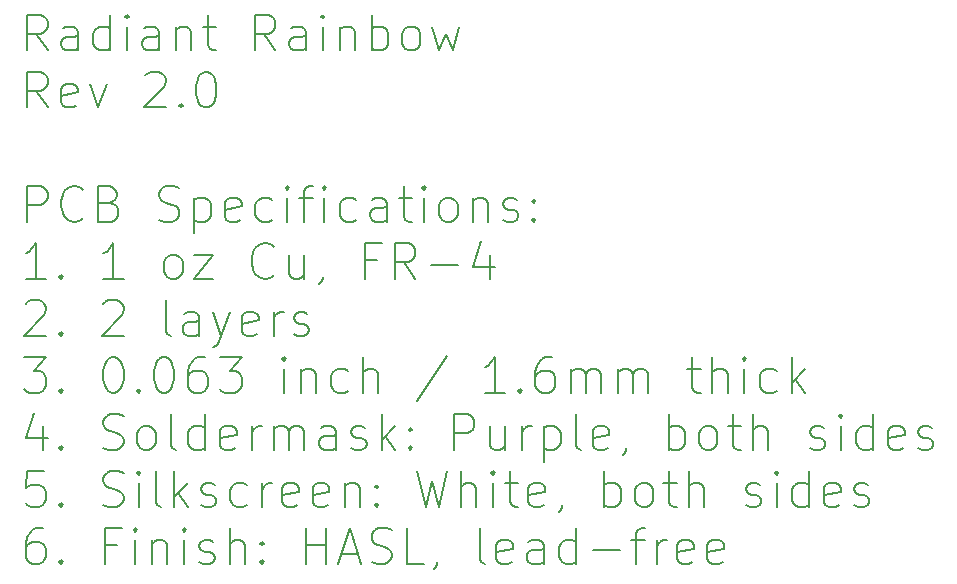
<source format=gbr>
%TF.GenerationSoftware,KiCad,Pcbnew,(6.0.4)*%
%TF.CreationDate,2024-01-19T15:56:56-08:00*%
%TF.ProjectId,Alpenglow_RadiantRainbow_PCB,416c7065-6e67-46c6-9f77-5f5261646961,rev?*%
%TF.SameCoordinates,Original*%
%TF.FileFunction,Other,Comment*%
%FSLAX46Y46*%
G04 Gerber Fmt 4.6, Leading zero omitted, Abs format (unit mm)*
G04 Created by KiCad (PCBNEW (6.0.4)) date 2024-01-19 15:56:56*
%MOMM*%
%LPD*%
G01*
G04 APERTURE LIST*
%ADD10C,0.200000*%
G04 APERTURE END LIST*
D10*
X191534571Y-75126142D02*
X190534571Y-73697571D01*
X189820285Y-75126142D02*
X189820285Y-72126142D01*
X190963142Y-72126142D01*
X191248857Y-72269000D01*
X191391714Y-72411857D01*
X191534571Y-72697571D01*
X191534571Y-73126142D01*
X191391714Y-73411857D01*
X191248857Y-73554714D01*
X190963142Y-73697571D01*
X189820285Y-73697571D01*
X194106000Y-75126142D02*
X194106000Y-73554714D01*
X193963142Y-73269000D01*
X193677428Y-73126142D01*
X193106000Y-73126142D01*
X192820285Y-73269000D01*
X194106000Y-74983285D02*
X193820285Y-75126142D01*
X193106000Y-75126142D01*
X192820285Y-74983285D01*
X192677428Y-74697571D01*
X192677428Y-74411857D01*
X192820285Y-74126142D01*
X193106000Y-73983285D01*
X193820285Y-73983285D01*
X194106000Y-73840428D01*
X196820285Y-75126142D02*
X196820285Y-72126142D01*
X196820285Y-74983285D02*
X196534571Y-75126142D01*
X195963142Y-75126142D01*
X195677428Y-74983285D01*
X195534571Y-74840428D01*
X195391714Y-74554714D01*
X195391714Y-73697571D01*
X195534571Y-73411857D01*
X195677428Y-73269000D01*
X195963142Y-73126142D01*
X196534571Y-73126142D01*
X196820285Y-73269000D01*
X198248857Y-75126142D02*
X198248857Y-73126142D01*
X198248857Y-72126142D02*
X198106000Y-72269000D01*
X198248857Y-72411857D01*
X198391714Y-72269000D01*
X198248857Y-72126142D01*
X198248857Y-72411857D01*
X200963142Y-75126142D02*
X200963142Y-73554714D01*
X200820285Y-73269000D01*
X200534571Y-73126142D01*
X199963142Y-73126142D01*
X199677428Y-73269000D01*
X200963142Y-74983285D02*
X200677428Y-75126142D01*
X199963142Y-75126142D01*
X199677428Y-74983285D01*
X199534571Y-74697571D01*
X199534571Y-74411857D01*
X199677428Y-74126142D01*
X199963142Y-73983285D01*
X200677428Y-73983285D01*
X200963142Y-73840428D01*
X202391714Y-73126142D02*
X202391714Y-75126142D01*
X202391714Y-73411857D02*
X202534571Y-73269000D01*
X202820285Y-73126142D01*
X203248857Y-73126142D01*
X203534571Y-73269000D01*
X203677428Y-73554714D01*
X203677428Y-75126142D01*
X204677428Y-73126142D02*
X205820285Y-73126142D01*
X205106000Y-72126142D02*
X205106000Y-74697571D01*
X205248857Y-74983285D01*
X205534571Y-75126142D01*
X205820285Y-75126142D01*
X210820285Y-75126142D02*
X209820285Y-73697571D01*
X209106000Y-75126142D02*
X209106000Y-72126142D01*
X210248857Y-72126142D01*
X210534571Y-72269000D01*
X210677428Y-72411857D01*
X210820285Y-72697571D01*
X210820285Y-73126142D01*
X210677428Y-73411857D01*
X210534571Y-73554714D01*
X210248857Y-73697571D01*
X209106000Y-73697571D01*
X213391714Y-75126142D02*
X213391714Y-73554714D01*
X213248857Y-73269000D01*
X212963142Y-73126142D01*
X212391714Y-73126142D01*
X212106000Y-73269000D01*
X213391714Y-74983285D02*
X213106000Y-75126142D01*
X212391714Y-75126142D01*
X212106000Y-74983285D01*
X211963142Y-74697571D01*
X211963142Y-74411857D01*
X212106000Y-74126142D01*
X212391714Y-73983285D01*
X213106000Y-73983285D01*
X213391714Y-73840428D01*
X214820285Y-75126142D02*
X214820285Y-73126142D01*
X214820285Y-72126142D02*
X214677428Y-72269000D01*
X214820285Y-72411857D01*
X214963142Y-72269000D01*
X214820285Y-72126142D01*
X214820285Y-72411857D01*
X216248857Y-73126142D02*
X216248857Y-75126142D01*
X216248857Y-73411857D02*
X216391714Y-73269000D01*
X216677428Y-73126142D01*
X217106000Y-73126142D01*
X217391714Y-73269000D01*
X217534571Y-73554714D01*
X217534571Y-75126142D01*
X218963142Y-75126142D02*
X218963142Y-72126142D01*
X218963142Y-73269000D02*
X219248857Y-73126142D01*
X219820285Y-73126142D01*
X220106000Y-73269000D01*
X220248857Y-73411857D01*
X220391714Y-73697571D01*
X220391714Y-74554714D01*
X220248857Y-74840428D01*
X220106000Y-74983285D01*
X219820285Y-75126142D01*
X219248857Y-75126142D01*
X218963142Y-74983285D01*
X222106000Y-75126142D02*
X221820285Y-74983285D01*
X221677428Y-74840428D01*
X221534571Y-74554714D01*
X221534571Y-73697571D01*
X221677428Y-73411857D01*
X221820285Y-73269000D01*
X222106000Y-73126142D01*
X222534571Y-73126142D01*
X222820285Y-73269000D01*
X222963142Y-73411857D01*
X223106000Y-73697571D01*
X223106000Y-74554714D01*
X222963142Y-74840428D01*
X222820285Y-74983285D01*
X222534571Y-75126142D01*
X222106000Y-75126142D01*
X224106000Y-73126142D02*
X224677428Y-75126142D01*
X225248857Y-73697571D01*
X225820285Y-75126142D01*
X226391714Y-73126142D01*
X191534571Y-79956142D02*
X190534571Y-78527571D01*
X189820285Y-79956142D02*
X189820285Y-76956142D01*
X190963142Y-76956142D01*
X191248857Y-77099000D01*
X191391714Y-77241857D01*
X191534571Y-77527571D01*
X191534571Y-77956142D01*
X191391714Y-78241857D01*
X191248857Y-78384714D01*
X190963142Y-78527571D01*
X189820285Y-78527571D01*
X193963142Y-79813285D02*
X193677428Y-79956142D01*
X193106000Y-79956142D01*
X192820285Y-79813285D01*
X192677428Y-79527571D01*
X192677428Y-78384714D01*
X192820285Y-78099000D01*
X193106000Y-77956142D01*
X193677428Y-77956142D01*
X193963142Y-78099000D01*
X194106000Y-78384714D01*
X194106000Y-78670428D01*
X192677428Y-78956142D01*
X195106000Y-77956142D02*
X195820285Y-79956142D01*
X196534571Y-77956142D01*
X199820285Y-77241857D02*
X199963142Y-77099000D01*
X200248857Y-76956142D01*
X200963142Y-76956142D01*
X201248857Y-77099000D01*
X201391714Y-77241857D01*
X201534571Y-77527571D01*
X201534571Y-77813285D01*
X201391714Y-78241857D01*
X199677428Y-79956142D01*
X201534571Y-79956142D01*
X202820285Y-79670428D02*
X202963142Y-79813285D01*
X202820285Y-79956142D01*
X202677428Y-79813285D01*
X202820285Y-79670428D01*
X202820285Y-79956142D01*
X204820285Y-76956142D02*
X205106000Y-76956142D01*
X205391714Y-77099000D01*
X205534571Y-77241857D01*
X205677428Y-77527571D01*
X205820285Y-78099000D01*
X205820285Y-78813285D01*
X205677428Y-79384714D01*
X205534571Y-79670428D01*
X205391714Y-79813285D01*
X205106000Y-79956142D01*
X204820285Y-79956142D01*
X204534571Y-79813285D01*
X204391714Y-79670428D01*
X204248857Y-79384714D01*
X204106000Y-78813285D01*
X204106000Y-78099000D01*
X204248857Y-77527571D01*
X204391714Y-77241857D01*
X204534571Y-77099000D01*
X204820285Y-76956142D01*
X189820285Y-89616142D02*
X189820285Y-86616142D01*
X190963142Y-86616142D01*
X191248857Y-86759000D01*
X191391714Y-86901857D01*
X191534571Y-87187571D01*
X191534571Y-87616142D01*
X191391714Y-87901857D01*
X191248857Y-88044714D01*
X190963142Y-88187571D01*
X189820285Y-88187571D01*
X194534571Y-89330428D02*
X194391714Y-89473285D01*
X193963142Y-89616142D01*
X193677428Y-89616142D01*
X193248857Y-89473285D01*
X192963142Y-89187571D01*
X192820285Y-88901857D01*
X192677428Y-88330428D01*
X192677428Y-87901857D01*
X192820285Y-87330428D01*
X192963142Y-87044714D01*
X193248857Y-86759000D01*
X193677428Y-86616142D01*
X193963142Y-86616142D01*
X194391714Y-86759000D01*
X194534571Y-86901857D01*
X196820285Y-88044714D02*
X197248857Y-88187571D01*
X197391714Y-88330428D01*
X197534571Y-88616142D01*
X197534571Y-89044714D01*
X197391714Y-89330428D01*
X197248857Y-89473285D01*
X196963142Y-89616142D01*
X195820285Y-89616142D01*
X195820285Y-86616142D01*
X196820285Y-86616142D01*
X197106000Y-86759000D01*
X197248857Y-86901857D01*
X197391714Y-87187571D01*
X197391714Y-87473285D01*
X197248857Y-87759000D01*
X197106000Y-87901857D01*
X196820285Y-88044714D01*
X195820285Y-88044714D01*
X200963142Y-89473285D02*
X201391714Y-89616142D01*
X202106000Y-89616142D01*
X202391714Y-89473285D01*
X202534571Y-89330428D01*
X202677428Y-89044714D01*
X202677428Y-88759000D01*
X202534571Y-88473285D01*
X202391714Y-88330428D01*
X202106000Y-88187571D01*
X201534571Y-88044714D01*
X201248857Y-87901857D01*
X201106000Y-87759000D01*
X200963142Y-87473285D01*
X200963142Y-87187571D01*
X201106000Y-86901857D01*
X201248857Y-86759000D01*
X201534571Y-86616142D01*
X202248857Y-86616142D01*
X202677428Y-86759000D01*
X203963142Y-87616142D02*
X203963142Y-90616142D01*
X203963142Y-87759000D02*
X204248857Y-87616142D01*
X204820285Y-87616142D01*
X205106000Y-87759000D01*
X205248857Y-87901857D01*
X205391714Y-88187571D01*
X205391714Y-89044714D01*
X205248857Y-89330428D01*
X205106000Y-89473285D01*
X204820285Y-89616142D01*
X204248857Y-89616142D01*
X203963142Y-89473285D01*
X207820285Y-89473285D02*
X207534571Y-89616142D01*
X206963142Y-89616142D01*
X206677428Y-89473285D01*
X206534571Y-89187571D01*
X206534571Y-88044714D01*
X206677428Y-87759000D01*
X206963142Y-87616142D01*
X207534571Y-87616142D01*
X207820285Y-87759000D01*
X207963142Y-88044714D01*
X207963142Y-88330428D01*
X206534571Y-88616142D01*
X210534571Y-89473285D02*
X210248857Y-89616142D01*
X209677428Y-89616142D01*
X209391714Y-89473285D01*
X209248857Y-89330428D01*
X209106000Y-89044714D01*
X209106000Y-88187571D01*
X209248857Y-87901857D01*
X209391714Y-87759000D01*
X209677428Y-87616142D01*
X210248857Y-87616142D01*
X210534571Y-87759000D01*
X211820285Y-89616142D02*
X211820285Y-87616142D01*
X211820285Y-86616142D02*
X211677428Y-86759000D01*
X211820285Y-86901857D01*
X211963142Y-86759000D01*
X211820285Y-86616142D01*
X211820285Y-86901857D01*
X212820285Y-87616142D02*
X213963142Y-87616142D01*
X213248857Y-89616142D02*
X213248857Y-87044714D01*
X213391714Y-86759000D01*
X213677428Y-86616142D01*
X213963142Y-86616142D01*
X214963142Y-89616142D02*
X214963142Y-87616142D01*
X214963142Y-86616142D02*
X214820285Y-86759000D01*
X214963142Y-86901857D01*
X215106000Y-86759000D01*
X214963142Y-86616142D01*
X214963142Y-86901857D01*
X217677428Y-89473285D02*
X217391714Y-89616142D01*
X216820285Y-89616142D01*
X216534571Y-89473285D01*
X216391714Y-89330428D01*
X216248857Y-89044714D01*
X216248857Y-88187571D01*
X216391714Y-87901857D01*
X216534571Y-87759000D01*
X216820285Y-87616142D01*
X217391714Y-87616142D01*
X217677428Y-87759000D01*
X220248857Y-89616142D02*
X220248857Y-88044714D01*
X220106000Y-87759000D01*
X219820285Y-87616142D01*
X219248857Y-87616142D01*
X218963142Y-87759000D01*
X220248857Y-89473285D02*
X219963142Y-89616142D01*
X219248857Y-89616142D01*
X218963142Y-89473285D01*
X218820285Y-89187571D01*
X218820285Y-88901857D01*
X218963142Y-88616142D01*
X219248857Y-88473285D01*
X219963142Y-88473285D01*
X220248857Y-88330428D01*
X221248857Y-87616142D02*
X222391714Y-87616142D01*
X221677428Y-86616142D02*
X221677428Y-89187571D01*
X221820285Y-89473285D01*
X222106000Y-89616142D01*
X222391714Y-89616142D01*
X223391714Y-89616142D02*
X223391714Y-87616142D01*
X223391714Y-86616142D02*
X223248857Y-86759000D01*
X223391714Y-86901857D01*
X223534571Y-86759000D01*
X223391714Y-86616142D01*
X223391714Y-86901857D01*
X225248857Y-89616142D02*
X224963142Y-89473285D01*
X224820285Y-89330428D01*
X224677428Y-89044714D01*
X224677428Y-88187571D01*
X224820285Y-87901857D01*
X224963142Y-87759000D01*
X225248857Y-87616142D01*
X225677428Y-87616142D01*
X225963142Y-87759000D01*
X226106000Y-87901857D01*
X226248857Y-88187571D01*
X226248857Y-89044714D01*
X226106000Y-89330428D01*
X225963142Y-89473285D01*
X225677428Y-89616142D01*
X225248857Y-89616142D01*
X227534571Y-87616142D02*
X227534571Y-89616142D01*
X227534571Y-87901857D02*
X227677428Y-87759000D01*
X227963142Y-87616142D01*
X228391714Y-87616142D01*
X228677428Y-87759000D01*
X228820285Y-88044714D01*
X228820285Y-89616142D01*
X230106000Y-89473285D02*
X230391714Y-89616142D01*
X230963142Y-89616142D01*
X231248857Y-89473285D01*
X231391714Y-89187571D01*
X231391714Y-89044714D01*
X231248857Y-88759000D01*
X230963142Y-88616142D01*
X230534571Y-88616142D01*
X230248857Y-88473285D01*
X230106000Y-88187571D01*
X230106000Y-88044714D01*
X230248857Y-87759000D01*
X230534571Y-87616142D01*
X230963142Y-87616142D01*
X231248857Y-87759000D01*
X232677428Y-89330428D02*
X232820285Y-89473285D01*
X232677428Y-89616142D01*
X232534571Y-89473285D01*
X232677428Y-89330428D01*
X232677428Y-89616142D01*
X232677428Y-87759000D02*
X232820285Y-87901857D01*
X232677428Y-88044714D01*
X232534571Y-87901857D01*
X232677428Y-87759000D01*
X232677428Y-88044714D01*
X191391714Y-94446142D02*
X189677428Y-94446142D01*
X190534571Y-94446142D02*
X190534571Y-91446142D01*
X190248857Y-91874714D01*
X189963142Y-92160428D01*
X189677428Y-92303285D01*
X192677428Y-94160428D02*
X192820285Y-94303285D01*
X192677428Y-94446142D01*
X192534571Y-94303285D01*
X192677428Y-94160428D01*
X192677428Y-94446142D01*
X197963142Y-94446142D02*
X196248857Y-94446142D01*
X197106000Y-94446142D02*
X197106000Y-91446142D01*
X196820285Y-91874714D01*
X196534571Y-92160428D01*
X196248857Y-92303285D01*
X201963142Y-94446142D02*
X201677428Y-94303285D01*
X201534571Y-94160428D01*
X201391714Y-93874714D01*
X201391714Y-93017571D01*
X201534571Y-92731857D01*
X201677428Y-92589000D01*
X201963142Y-92446142D01*
X202391714Y-92446142D01*
X202677428Y-92589000D01*
X202820285Y-92731857D01*
X202963142Y-93017571D01*
X202963142Y-93874714D01*
X202820285Y-94160428D01*
X202677428Y-94303285D01*
X202391714Y-94446142D01*
X201963142Y-94446142D01*
X203963142Y-92446142D02*
X205534571Y-92446142D01*
X203963142Y-94446142D01*
X205534571Y-94446142D01*
X210677428Y-94160428D02*
X210534571Y-94303285D01*
X210106000Y-94446142D01*
X209820285Y-94446142D01*
X209391714Y-94303285D01*
X209106000Y-94017571D01*
X208963142Y-93731857D01*
X208820285Y-93160428D01*
X208820285Y-92731857D01*
X208963142Y-92160428D01*
X209106000Y-91874714D01*
X209391714Y-91589000D01*
X209820285Y-91446142D01*
X210106000Y-91446142D01*
X210534571Y-91589000D01*
X210677428Y-91731857D01*
X213248857Y-92446142D02*
X213248857Y-94446142D01*
X211963142Y-92446142D02*
X211963142Y-94017571D01*
X212106000Y-94303285D01*
X212391714Y-94446142D01*
X212820285Y-94446142D01*
X213106000Y-94303285D01*
X213248857Y-94160428D01*
X214820285Y-94303285D02*
X214820285Y-94446142D01*
X214677428Y-94731857D01*
X214534571Y-94874714D01*
X219391714Y-92874714D02*
X218391714Y-92874714D01*
X218391714Y-94446142D02*
X218391714Y-91446142D01*
X219820285Y-91446142D01*
X222677428Y-94446142D02*
X221677428Y-93017571D01*
X220963142Y-94446142D02*
X220963142Y-91446142D01*
X222106000Y-91446142D01*
X222391714Y-91589000D01*
X222534571Y-91731857D01*
X222677428Y-92017571D01*
X222677428Y-92446142D01*
X222534571Y-92731857D01*
X222391714Y-92874714D01*
X222106000Y-93017571D01*
X220963142Y-93017571D01*
X223963142Y-93303285D02*
X226248857Y-93303285D01*
X228963142Y-92446142D02*
X228963142Y-94446142D01*
X228248857Y-91303285D02*
X227534571Y-93446142D01*
X229391714Y-93446142D01*
X189677428Y-96561857D02*
X189820285Y-96419000D01*
X190106000Y-96276142D01*
X190820285Y-96276142D01*
X191106000Y-96419000D01*
X191248857Y-96561857D01*
X191391714Y-96847571D01*
X191391714Y-97133285D01*
X191248857Y-97561857D01*
X189534571Y-99276142D01*
X191391714Y-99276142D01*
X192677428Y-98990428D02*
X192820285Y-99133285D01*
X192677428Y-99276142D01*
X192534571Y-99133285D01*
X192677428Y-98990428D01*
X192677428Y-99276142D01*
X196248857Y-96561857D02*
X196391714Y-96419000D01*
X196677428Y-96276142D01*
X197391714Y-96276142D01*
X197677428Y-96419000D01*
X197820285Y-96561857D01*
X197963142Y-96847571D01*
X197963142Y-97133285D01*
X197820285Y-97561857D01*
X196106000Y-99276142D01*
X197963142Y-99276142D01*
X201963142Y-99276142D02*
X201677428Y-99133285D01*
X201534571Y-98847571D01*
X201534571Y-96276142D01*
X204391714Y-99276142D02*
X204391714Y-97704714D01*
X204248857Y-97419000D01*
X203963142Y-97276142D01*
X203391714Y-97276142D01*
X203106000Y-97419000D01*
X204391714Y-99133285D02*
X204106000Y-99276142D01*
X203391714Y-99276142D01*
X203106000Y-99133285D01*
X202963142Y-98847571D01*
X202963142Y-98561857D01*
X203106000Y-98276142D01*
X203391714Y-98133285D01*
X204106000Y-98133285D01*
X204391714Y-97990428D01*
X205534571Y-97276142D02*
X206248857Y-99276142D01*
X206963142Y-97276142D02*
X206248857Y-99276142D01*
X205963142Y-99990428D01*
X205820285Y-100133285D01*
X205534571Y-100276142D01*
X209248857Y-99133285D02*
X208963142Y-99276142D01*
X208391714Y-99276142D01*
X208106000Y-99133285D01*
X207963142Y-98847571D01*
X207963142Y-97704714D01*
X208106000Y-97419000D01*
X208391714Y-97276142D01*
X208963142Y-97276142D01*
X209248857Y-97419000D01*
X209391714Y-97704714D01*
X209391714Y-97990428D01*
X207963142Y-98276142D01*
X210677428Y-99276142D02*
X210677428Y-97276142D01*
X210677428Y-97847571D02*
X210820285Y-97561857D01*
X210963142Y-97419000D01*
X211248857Y-97276142D01*
X211534571Y-97276142D01*
X212391714Y-99133285D02*
X212677428Y-99276142D01*
X213248857Y-99276142D01*
X213534571Y-99133285D01*
X213677428Y-98847571D01*
X213677428Y-98704714D01*
X213534571Y-98419000D01*
X213248857Y-98276142D01*
X212820285Y-98276142D01*
X212534571Y-98133285D01*
X212391714Y-97847571D01*
X212391714Y-97704714D01*
X212534571Y-97419000D01*
X212820285Y-97276142D01*
X213248857Y-97276142D01*
X213534571Y-97419000D01*
X189534571Y-101106142D02*
X191391714Y-101106142D01*
X190391714Y-102249000D01*
X190820285Y-102249000D01*
X191106000Y-102391857D01*
X191248857Y-102534714D01*
X191391714Y-102820428D01*
X191391714Y-103534714D01*
X191248857Y-103820428D01*
X191106000Y-103963285D01*
X190820285Y-104106142D01*
X189963142Y-104106142D01*
X189677428Y-103963285D01*
X189534571Y-103820428D01*
X192677428Y-103820428D02*
X192820285Y-103963285D01*
X192677428Y-104106142D01*
X192534571Y-103963285D01*
X192677428Y-103820428D01*
X192677428Y-104106142D01*
X196963142Y-101106142D02*
X197248857Y-101106142D01*
X197534571Y-101249000D01*
X197677428Y-101391857D01*
X197820285Y-101677571D01*
X197963142Y-102249000D01*
X197963142Y-102963285D01*
X197820285Y-103534714D01*
X197677428Y-103820428D01*
X197534571Y-103963285D01*
X197248857Y-104106142D01*
X196963142Y-104106142D01*
X196677428Y-103963285D01*
X196534571Y-103820428D01*
X196391714Y-103534714D01*
X196248857Y-102963285D01*
X196248857Y-102249000D01*
X196391714Y-101677571D01*
X196534571Y-101391857D01*
X196677428Y-101249000D01*
X196963142Y-101106142D01*
X199248857Y-103820428D02*
X199391714Y-103963285D01*
X199248857Y-104106142D01*
X199106000Y-103963285D01*
X199248857Y-103820428D01*
X199248857Y-104106142D01*
X201248857Y-101106142D02*
X201534571Y-101106142D01*
X201820285Y-101249000D01*
X201963142Y-101391857D01*
X202106000Y-101677571D01*
X202248857Y-102249000D01*
X202248857Y-102963285D01*
X202106000Y-103534714D01*
X201963142Y-103820428D01*
X201820285Y-103963285D01*
X201534571Y-104106142D01*
X201248857Y-104106142D01*
X200963142Y-103963285D01*
X200820285Y-103820428D01*
X200677428Y-103534714D01*
X200534571Y-102963285D01*
X200534571Y-102249000D01*
X200677428Y-101677571D01*
X200820285Y-101391857D01*
X200963142Y-101249000D01*
X201248857Y-101106142D01*
X204820285Y-101106142D02*
X204248857Y-101106142D01*
X203963142Y-101249000D01*
X203820285Y-101391857D01*
X203534571Y-101820428D01*
X203391714Y-102391857D01*
X203391714Y-103534714D01*
X203534571Y-103820428D01*
X203677428Y-103963285D01*
X203963142Y-104106142D01*
X204534571Y-104106142D01*
X204820285Y-103963285D01*
X204963142Y-103820428D01*
X205106000Y-103534714D01*
X205106000Y-102820428D01*
X204963142Y-102534714D01*
X204820285Y-102391857D01*
X204534571Y-102249000D01*
X203963142Y-102249000D01*
X203677428Y-102391857D01*
X203534571Y-102534714D01*
X203391714Y-102820428D01*
X206106000Y-101106142D02*
X207963142Y-101106142D01*
X206963142Y-102249000D01*
X207391714Y-102249000D01*
X207677428Y-102391857D01*
X207820285Y-102534714D01*
X207963142Y-102820428D01*
X207963142Y-103534714D01*
X207820285Y-103820428D01*
X207677428Y-103963285D01*
X207391714Y-104106142D01*
X206534571Y-104106142D01*
X206248857Y-103963285D01*
X206106000Y-103820428D01*
X211534571Y-104106142D02*
X211534571Y-102106142D01*
X211534571Y-101106142D02*
X211391714Y-101249000D01*
X211534571Y-101391857D01*
X211677428Y-101249000D01*
X211534571Y-101106142D01*
X211534571Y-101391857D01*
X212963142Y-102106142D02*
X212963142Y-104106142D01*
X212963142Y-102391857D02*
X213106000Y-102249000D01*
X213391714Y-102106142D01*
X213820285Y-102106142D01*
X214106000Y-102249000D01*
X214248857Y-102534714D01*
X214248857Y-104106142D01*
X216963142Y-103963285D02*
X216677428Y-104106142D01*
X216106000Y-104106142D01*
X215820285Y-103963285D01*
X215677428Y-103820428D01*
X215534571Y-103534714D01*
X215534571Y-102677571D01*
X215677428Y-102391857D01*
X215820285Y-102249000D01*
X216106000Y-102106142D01*
X216677428Y-102106142D01*
X216963142Y-102249000D01*
X218248857Y-104106142D02*
X218248857Y-101106142D01*
X219534571Y-104106142D02*
X219534571Y-102534714D01*
X219391714Y-102249000D01*
X219106000Y-102106142D01*
X218677428Y-102106142D01*
X218391714Y-102249000D01*
X218248857Y-102391857D01*
X225391714Y-100963285D02*
X222820285Y-104820428D01*
X230248857Y-104106142D02*
X228534571Y-104106142D01*
X229391714Y-104106142D02*
X229391714Y-101106142D01*
X229106000Y-101534714D01*
X228820285Y-101820428D01*
X228534571Y-101963285D01*
X231534571Y-103820428D02*
X231677428Y-103963285D01*
X231534571Y-104106142D01*
X231391714Y-103963285D01*
X231534571Y-103820428D01*
X231534571Y-104106142D01*
X234248857Y-101106142D02*
X233677428Y-101106142D01*
X233391714Y-101249000D01*
X233248857Y-101391857D01*
X232963142Y-101820428D01*
X232820285Y-102391857D01*
X232820285Y-103534714D01*
X232963142Y-103820428D01*
X233106000Y-103963285D01*
X233391714Y-104106142D01*
X233963142Y-104106142D01*
X234248857Y-103963285D01*
X234391714Y-103820428D01*
X234534571Y-103534714D01*
X234534571Y-102820428D01*
X234391714Y-102534714D01*
X234248857Y-102391857D01*
X233963142Y-102249000D01*
X233391714Y-102249000D01*
X233106000Y-102391857D01*
X232963142Y-102534714D01*
X232820285Y-102820428D01*
X235820285Y-104106142D02*
X235820285Y-102106142D01*
X235820285Y-102391857D02*
X235963142Y-102249000D01*
X236248857Y-102106142D01*
X236677428Y-102106142D01*
X236963142Y-102249000D01*
X237106000Y-102534714D01*
X237106000Y-104106142D01*
X237106000Y-102534714D02*
X237248857Y-102249000D01*
X237534571Y-102106142D01*
X237963142Y-102106142D01*
X238248857Y-102249000D01*
X238391714Y-102534714D01*
X238391714Y-104106142D01*
X239820285Y-104106142D02*
X239820285Y-102106142D01*
X239820285Y-102391857D02*
X239963142Y-102249000D01*
X240248857Y-102106142D01*
X240677428Y-102106142D01*
X240963142Y-102249000D01*
X241106000Y-102534714D01*
X241106000Y-104106142D01*
X241106000Y-102534714D02*
X241248857Y-102249000D01*
X241534571Y-102106142D01*
X241963142Y-102106142D01*
X242248857Y-102249000D01*
X242391714Y-102534714D01*
X242391714Y-104106142D01*
X245677428Y-102106142D02*
X246820285Y-102106142D01*
X246106000Y-101106142D02*
X246106000Y-103677571D01*
X246248857Y-103963285D01*
X246534571Y-104106142D01*
X246820285Y-104106142D01*
X247820285Y-104106142D02*
X247820285Y-101106142D01*
X249106000Y-104106142D02*
X249106000Y-102534714D01*
X248963142Y-102249000D01*
X248677428Y-102106142D01*
X248248857Y-102106142D01*
X247963142Y-102249000D01*
X247820285Y-102391857D01*
X250534571Y-104106142D02*
X250534571Y-102106142D01*
X250534571Y-101106142D02*
X250391714Y-101249000D01*
X250534571Y-101391857D01*
X250677428Y-101249000D01*
X250534571Y-101106142D01*
X250534571Y-101391857D01*
X253248857Y-103963285D02*
X252963142Y-104106142D01*
X252391714Y-104106142D01*
X252106000Y-103963285D01*
X251963142Y-103820428D01*
X251820285Y-103534714D01*
X251820285Y-102677571D01*
X251963142Y-102391857D01*
X252106000Y-102249000D01*
X252391714Y-102106142D01*
X252963142Y-102106142D01*
X253248857Y-102249000D01*
X254534571Y-104106142D02*
X254534571Y-101106142D01*
X254820285Y-102963285D02*
X255677428Y-104106142D01*
X255677428Y-102106142D02*
X254534571Y-103249000D01*
X191106000Y-106936142D02*
X191106000Y-108936142D01*
X190391714Y-105793285D02*
X189677428Y-107936142D01*
X191534571Y-107936142D01*
X192677428Y-108650428D02*
X192820285Y-108793285D01*
X192677428Y-108936142D01*
X192534571Y-108793285D01*
X192677428Y-108650428D01*
X192677428Y-108936142D01*
X196248857Y-108793285D02*
X196677428Y-108936142D01*
X197391714Y-108936142D01*
X197677428Y-108793285D01*
X197820285Y-108650428D01*
X197963142Y-108364714D01*
X197963142Y-108079000D01*
X197820285Y-107793285D01*
X197677428Y-107650428D01*
X197391714Y-107507571D01*
X196820285Y-107364714D01*
X196534571Y-107221857D01*
X196391714Y-107079000D01*
X196248857Y-106793285D01*
X196248857Y-106507571D01*
X196391714Y-106221857D01*
X196534571Y-106079000D01*
X196820285Y-105936142D01*
X197534571Y-105936142D01*
X197963142Y-106079000D01*
X199677428Y-108936142D02*
X199391714Y-108793285D01*
X199248857Y-108650428D01*
X199106000Y-108364714D01*
X199106000Y-107507571D01*
X199248857Y-107221857D01*
X199391714Y-107079000D01*
X199677428Y-106936142D01*
X200106000Y-106936142D01*
X200391714Y-107079000D01*
X200534571Y-107221857D01*
X200677428Y-107507571D01*
X200677428Y-108364714D01*
X200534571Y-108650428D01*
X200391714Y-108793285D01*
X200106000Y-108936142D01*
X199677428Y-108936142D01*
X202391714Y-108936142D02*
X202106000Y-108793285D01*
X201963142Y-108507571D01*
X201963142Y-105936142D01*
X204820285Y-108936142D02*
X204820285Y-105936142D01*
X204820285Y-108793285D02*
X204534571Y-108936142D01*
X203963142Y-108936142D01*
X203677428Y-108793285D01*
X203534571Y-108650428D01*
X203391714Y-108364714D01*
X203391714Y-107507571D01*
X203534571Y-107221857D01*
X203677428Y-107079000D01*
X203963142Y-106936142D01*
X204534571Y-106936142D01*
X204820285Y-107079000D01*
X207391714Y-108793285D02*
X207106000Y-108936142D01*
X206534571Y-108936142D01*
X206248857Y-108793285D01*
X206106000Y-108507571D01*
X206106000Y-107364714D01*
X206248857Y-107079000D01*
X206534571Y-106936142D01*
X207106000Y-106936142D01*
X207391714Y-107079000D01*
X207534571Y-107364714D01*
X207534571Y-107650428D01*
X206106000Y-107936142D01*
X208820285Y-108936142D02*
X208820285Y-106936142D01*
X208820285Y-107507571D02*
X208963142Y-107221857D01*
X209106000Y-107079000D01*
X209391714Y-106936142D01*
X209677428Y-106936142D01*
X210677428Y-108936142D02*
X210677428Y-106936142D01*
X210677428Y-107221857D02*
X210820285Y-107079000D01*
X211106000Y-106936142D01*
X211534571Y-106936142D01*
X211820285Y-107079000D01*
X211963142Y-107364714D01*
X211963142Y-108936142D01*
X211963142Y-107364714D02*
X212106000Y-107079000D01*
X212391714Y-106936142D01*
X212820285Y-106936142D01*
X213106000Y-107079000D01*
X213248857Y-107364714D01*
X213248857Y-108936142D01*
X215963142Y-108936142D02*
X215963142Y-107364714D01*
X215820285Y-107079000D01*
X215534571Y-106936142D01*
X214963142Y-106936142D01*
X214677428Y-107079000D01*
X215963142Y-108793285D02*
X215677428Y-108936142D01*
X214963142Y-108936142D01*
X214677428Y-108793285D01*
X214534571Y-108507571D01*
X214534571Y-108221857D01*
X214677428Y-107936142D01*
X214963142Y-107793285D01*
X215677428Y-107793285D01*
X215963142Y-107650428D01*
X217248857Y-108793285D02*
X217534571Y-108936142D01*
X218106000Y-108936142D01*
X218391714Y-108793285D01*
X218534571Y-108507571D01*
X218534571Y-108364714D01*
X218391714Y-108079000D01*
X218106000Y-107936142D01*
X217677428Y-107936142D01*
X217391714Y-107793285D01*
X217248857Y-107507571D01*
X217248857Y-107364714D01*
X217391714Y-107079000D01*
X217677428Y-106936142D01*
X218106000Y-106936142D01*
X218391714Y-107079000D01*
X219820285Y-108936142D02*
X219820285Y-105936142D01*
X220106000Y-107793285D02*
X220963142Y-108936142D01*
X220963142Y-106936142D02*
X219820285Y-108079000D01*
X222248857Y-108650428D02*
X222391714Y-108793285D01*
X222248857Y-108936142D01*
X222106000Y-108793285D01*
X222248857Y-108650428D01*
X222248857Y-108936142D01*
X222248857Y-107079000D02*
X222391714Y-107221857D01*
X222248857Y-107364714D01*
X222106000Y-107221857D01*
X222248857Y-107079000D01*
X222248857Y-107364714D01*
X225963142Y-108936142D02*
X225963142Y-105936142D01*
X227106000Y-105936142D01*
X227391714Y-106079000D01*
X227534571Y-106221857D01*
X227677428Y-106507571D01*
X227677428Y-106936142D01*
X227534571Y-107221857D01*
X227391714Y-107364714D01*
X227106000Y-107507571D01*
X225963142Y-107507571D01*
X230248857Y-106936142D02*
X230248857Y-108936142D01*
X228963142Y-106936142D02*
X228963142Y-108507571D01*
X229106000Y-108793285D01*
X229391714Y-108936142D01*
X229820285Y-108936142D01*
X230106000Y-108793285D01*
X230248857Y-108650428D01*
X231677428Y-108936142D02*
X231677428Y-106936142D01*
X231677428Y-107507571D02*
X231820285Y-107221857D01*
X231963142Y-107079000D01*
X232248857Y-106936142D01*
X232534571Y-106936142D01*
X233534571Y-106936142D02*
X233534571Y-109936142D01*
X233534571Y-107079000D02*
X233820285Y-106936142D01*
X234391714Y-106936142D01*
X234677428Y-107079000D01*
X234820285Y-107221857D01*
X234963142Y-107507571D01*
X234963142Y-108364714D01*
X234820285Y-108650428D01*
X234677428Y-108793285D01*
X234391714Y-108936142D01*
X233820285Y-108936142D01*
X233534571Y-108793285D01*
X236677428Y-108936142D02*
X236391714Y-108793285D01*
X236248857Y-108507571D01*
X236248857Y-105936142D01*
X238963142Y-108793285D02*
X238677428Y-108936142D01*
X238106000Y-108936142D01*
X237820285Y-108793285D01*
X237677428Y-108507571D01*
X237677428Y-107364714D01*
X237820285Y-107079000D01*
X238106000Y-106936142D01*
X238677428Y-106936142D01*
X238963142Y-107079000D01*
X239106000Y-107364714D01*
X239106000Y-107650428D01*
X237677428Y-107936142D01*
X240534571Y-108793285D02*
X240534571Y-108936142D01*
X240391714Y-109221857D01*
X240248857Y-109364714D01*
X244106000Y-108936142D02*
X244106000Y-105936142D01*
X244106000Y-107079000D02*
X244391714Y-106936142D01*
X244963142Y-106936142D01*
X245248857Y-107079000D01*
X245391714Y-107221857D01*
X245534571Y-107507571D01*
X245534571Y-108364714D01*
X245391714Y-108650428D01*
X245248857Y-108793285D01*
X244963142Y-108936142D01*
X244391714Y-108936142D01*
X244106000Y-108793285D01*
X247248857Y-108936142D02*
X246963142Y-108793285D01*
X246820285Y-108650428D01*
X246677428Y-108364714D01*
X246677428Y-107507571D01*
X246820285Y-107221857D01*
X246963142Y-107079000D01*
X247248857Y-106936142D01*
X247677428Y-106936142D01*
X247963142Y-107079000D01*
X248106000Y-107221857D01*
X248248857Y-107507571D01*
X248248857Y-108364714D01*
X248106000Y-108650428D01*
X247963142Y-108793285D01*
X247677428Y-108936142D01*
X247248857Y-108936142D01*
X249106000Y-106936142D02*
X250248857Y-106936142D01*
X249534571Y-105936142D02*
X249534571Y-108507571D01*
X249677428Y-108793285D01*
X249963142Y-108936142D01*
X250248857Y-108936142D01*
X251248857Y-108936142D02*
X251248857Y-105936142D01*
X252534571Y-108936142D02*
X252534571Y-107364714D01*
X252391714Y-107079000D01*
X252106000Y-106936142D01*
X251677428Y-106936142D01*
X251391714Y-107079000D01*
X251248857Y-107221857D01*
X256106000Y-108793285D02*
X256391714Y-108936142D01*
X256963142Y-108936142D01*
X257248857Y-108793285D01*
X257391714Y-108507571D01*
X257391714Y-108364714D01*
X257248857Y-108079000D01*
X256963142Y-107936142D01*
X256534571Y-107936142D01*
X256248857Y-107793285D01*
X256106000Y-107507571D01*
X256106000Y-107364714D01*
X256248857Y-107079000D01*
X256534571Y-106936142D01*
X256963142Y-106936142D01*
X257248857Y-107079000D01*
X258677428Y-108936142D02*
X258677428Y-106936142D01*
X258677428Y-105936142D02*
X258534571Y-106079000D01*
X258677428Y-106221857D01*
X258820285Y-106079000D01*
X258677428Y-105936142D01*
X258677428Y-106221857D01*
X261391714Y-108936142D02*
X261391714Y-105936142D01*
X261391714Y-108793285D02*
X261106000Y-108936142D01*
X260534571Y-108936142D01*
X260248857Y-108793285D01*
X260106000Y-108650428D01*
X259963142Y-108364714D01*
X259963142Y-107507571D01*
X260106000Y-107221857D01*
X260248857Y-107079000D01*
X260534571Y-106936142D01*
X261106000Y-106936142D01*
X261391714Y-107079000D01*
X263963142Y-108793285D02*
X263677428Y-108936142D01*
X263106000Y-108936142D01*
X262820285Y-108793285D01*
X262677428Y-108507571D01*
X262677428Y-107364714D01*
X262820285Y-107079000D01*
X263106000Y-106936142D01*
X263677428Y-106936142D01*
X263963142Y-107079000D01*
X264106000Y-107364714D01*
X264106000Y-107650428D01*
X262677428Y-107936142D01*
X265248857Y-108793285D02*
X265534571Y-108936142D01*
X266106000Y-108936142D01*
X266391714Y-108793285D01*
X266534571Y-108507571D01*
X266534571Y-108364714D01*
X266391714Y-108079000D01*
X266106000Y-107936142D01*
X265677428Y-107936142D01*
X265391714Y-107793285D01*
X265248857Y-107507571D01*
X265248857Y-107364714D01*
X265391714Y-107079000D01*
X265677428Y-106936142D01*
X266106000Y-106936142D01*
X266391714Y-107079000D01*
X191248857Y-110766142D02*
X189820285Y-110766142D01*
X189677428Y-112194714D01*
X189820285Y-112051857D01*
X190106000Y-111909000D01*
X190820285Y-111909000D01*
X191106000Y-112051857D01*
X191248857Y-112194714D01*
X191391714Y-112480428D01*
X191391714Y-113194714D01*
X191248857Y-113480428D01*
X191106000Y-113623285D01*
X190820285Y-113766142D01*
X190106000Y-113766142D01*
X189820285Y-113623285D01*
X189677428Y-113480428D01*
X192677428Y-113480428D02*
X192820285Y-113623285D01*
X192677428Y-113766142D01*
X192534571Y-113623285D01*
X192677428Y-113480428D01*
X192677428Y-113766142D01*
X196248857Y-113623285D02*
X196677428Y-113766142D01*
X197391714Y-113766142D01*
X197677428Y-113623285D01*
X197820285Y-113480428D01*
X197963142Y-113194714D01*
X197963142Y-112909000D01*
X197820285Y-112623285D01*
X197677428Y-112480428D01*
X197391714Y-112337571D01*
X196820285Y-112194714D01*
X196534571Y-112051857D01*
X196391714Y-111909000D01*
X196248857Y-111623285D01*
X196248857Y-111337571D01*
X196391714Y-111051857D01*
X196534571Y-110909000D01*
X196820285Y-110766142D01*
X197534571Y-110766142D01*
X197963142Y-110909000D01*
X199248857Y-113766142D02*
X199248857Y-111766142D01*
X199248857Y-110766142D02*
X199106000Y-110909000D01*
X199248857Y-111051857D01*
X199391714Y-110909000D01*
X199248857Y-110766142D01*
X199248857Y-111051857D01*
X201106000Y-113766142D02*
X200820285Y-113623285D01*
X200677428Y-113337571D01*
X200677428Y-110766142D01*
X202248857Y-113766142D02*
X202248857Y-110766142D01*
X202534571Y-112623285D02*
X203391714Y-113766142D01*
X203391714Y-111766142D02*
X202248857Y-112909000D01*
X204534571Y-113623285D02*
X204820285Y-113766142D01*
X205391714Y-113766142D01*
X205677428Y-113623285D01*
X205820285Y-113337571D01*
X205820285Y-113194714D01*
X205677428Y-112909000D01*
X205391714Y-112766142D01*
X204963142Y-112766142D01*
X204677428Y-112623285D01*
X204534571Y-112337571D01*
X204534571Y-112194714D01*
X204677428Y-111909000D01*
X204963142Y-111766142D01*
X205391714Y-111766142D01*
X205677428Y-111909000D01*
X208391714Y-113623285D02*
X208106000Y-113766142D01*
X207534571Y-113766142D01*
X207248857Y-113623285D01*
X207106000Y-113480428D01*
X206963142Y-113194714D01*
X206963142Y-112337571D01*
X207106000Y-112051857D01*
X207248857Y-111909000D01*
X207534571Y-111766142D01*
X208106000Y-111766142D01*
X208391714Y-111909000D01*
X209677428Y-113766142D02*
X209677428Y-111766142D01*
X209677428Y-112337571D02*
X209820285Y-112051857D01*
X209963142Y-111909000D01*
X210248857Y-111766142D01*
X210534571Y-111766142D01*
X212677428Y-113623285D02*
X212391714Y-113766142D01*
X211820285Y-113766142D01*
X211534571Y-113623285D01*
X211391714Y-113337571D01*
X211391714Y-112194714D01*
X211534571Y-111909000D01*
X211820285Y-111766142D01*
X212391714Y-111766142D01*
X212677428Y-111909000D01*
X212820285Y-112194714D01*
X212820285Y-112480428D01*
X211391714Y-112766142D01*
X215248857Y-113623285D02*
X214963142Y-113766142D01*
X214391714Y-113766142D01*
X214106000Y-113623285D01*
X213963142Y-113337571D01*
X213963142Y-112194714D01*
X214106000Y-111909000D01*
X214391714Y-111766142D01*
X214963142Y-111766142D01*
X215248857Y-111909000D01*
X215391714Y-112194714D01*
X215391714Y-112480428D01*
X213963142Y-112766142D01*
X216677428Y-111766142D02*
X216677428Y-113766142D01*
X216677428Y-112051857D02*
X216820285Y-111909000D01*
X217106000Y-111766142D01*
X217534571Y-111766142D01*
X217820285Y-111909000D01*
X217963142Y-112194714D01*
X217963142Y-113766142D01*
X219391714Y-113480428D02*
X219534571Y-113623285D01*
X219391714Y-113766142D01*
X219248857Y-113623285D01*
X219391714Y-113480428D01*
X219391714Y-113766142D01*
X219391714Y-111909000D02*
X219534571Y-112051857D01*
X219391714Y-112194714D01*
X219248857Y-112051857D01*
X219391714Y-111909000D01*
X219391714Y-112194714D01*
X222820285Y-110766142D02*
X223534571Y-113766142D01*
X224106000Y-111623285D01*
X224677428Y-113766142D01*
X225391714Y-110766142D01*
X226534571Y-113766142D02*
X226534571Y-110766142D01*
X227820285Y-113766142D02*
X227820285Y-112194714D01*
X227677428Y-111909000D01*
X227391714Y-111766142D01*
X226963142Y-111766142D01*
X226677428Y-111909000D01*
X226534571Y-112051857D01*
X229248857Y-113766142D02*
X229248857Y-111766142D01*
X229248857Y-110766142D02*
X229106000Y-110909000D01*
X229248857Y-111051857D01*
X229391714Y-110909000D01*
X229248857Y-110766142D01*
X229248857Y-111051857D01*
X230248857Y-111766142D02*
X231391714Y-111766142D01*
X230677428Y-110766142D02*
X230677428Y-113337571D01*
X230820285Y-113623285D01*
X231106000Y-113766142D01*
X231391714Y-113766142D01*
X233534571Y-113623285D02*
X233248857Y-113766142D01*
X232677428Y-113766142D01*
X232391714Y-113623285D01*
X232248857Y-113337571D01*
X232248857Y-112194714D01*
X232391714Y-111909000D01*
X232677428Y-111766142D01*
X233248857Y-111766142D01*
X233534571Y-111909000D01*
X233677428Y-112194714D01*
X233677428Y-112480428D01*
X232248857Y-112766142D01*
X235106000Y-113623285D02*
X235106000Y-113766142D01*
X234963142Y-114051857D01*
X234820285Y-114194714D01*
X238677428Y-113766142D02*
X238677428Y-110766142D01*
X238677428Y-111909000D02*
X238963142Y-111766142D01*
X239534571Y-111766142D01*
X239820285Y-111909000D01*
X239963142Y-112051857D01*
X240106000Y-112337571D01*
X240106000Y-113194714D01*
X239963142Y-113480428D01*
X239820285Y-113623285D01*
X239534571Y-113766142D01*
X238963142Y-113766142D01*
X238677428Y-113623285D01*
X241820285Y-113766142D02*
X241534571Y-113623285D01*
X241391714Y-113480428D01*
X241248857Y-113194714D01*
X241248857Y-112337571D01*
X241391714Y-112051857D01*
X241534571Y-111909000D01*
X241820285Y-111766142D01*
X242248857Y-111766142D01*
X242534571Y-111909000D01*
X242677428Y-112051857D01*
X242820285Y-112337571D01*
X242820285Y-113194714D01*
X242677428Y-113480428D01*
X242534571Y-113623285D01*
X242248857Y-113766142D01*
X241820285Y-113766142D01*
X243677428Y-111766142D02*
X244820285Y-111766142D01*
X244106000Y-110766142D02*
X244106000Y-113337571D01*
X244248857Y-113623285D01*
X244534571Y-113766142D01*
X244820285Y-113766142D01*
X245820285Y-113766142D02*
X245820285Y-110766142D01*
X247106000Y-113766142D02*
X247106000Y-112194714D01*
X246963142Y-111909000D01*
X246677428Y-111766142D01*
X246248857Y-111766142D01*
X245963142Y-111909000D01*
X245820285Y-112051857D01*
X250677428Y-113623285D02*
X250963142Y-113766142D01*
X251534571Y-113766142D01*
X251820285Y-113623285D01*
X251963142Y-113337571D01*
X251963142Y-113194714D01*
X251820285Y-112909000D01*
X251534571Y-112766142D01*
X251106000Y-112766142D01*
X250820285Y-112623285D01*
X250677428Y-112337571D01*
X250677428Y-112194714D01*
X250820285Y-111909000D01*
X251106000Y-111766142D01*
X251534571Y-111766142D01*
X251820285Y-111909000D01*
X253248857Y-113766142D02*
X253248857Y-111766142D01*
X253248857Y-110766142D02*
X253106000Y-110909000D01*
X253248857Y-111051857D01*
X253391714Y-110909000D01*
X253248857Y-110766142D01*
X253248857Y-111051857D01*
X255963142Y-113766142D02*
X255963142Y-110766142D01*
X255963142Y-113623285D02*
X255677428Y-113766142D01*
X255106000Y-113766142D01*
X254820285Y-113623285D01*
X254677428Y-113480428D01*
X254534571Y-113194714D01*
X254534571Y-112337571D01*
X254677428Y-112051857D01*
X254820285Y-111909000D01*
X255106000Y-111766142D01*
X255677428Y-111766142D01*
X255963142Y-111909000D01*
X258534571Y-113623285D02*
X258248857Y-113766142D01*
X257677428Y-113766142D01*
X257391714Y-113623285D01*
X257248857Y-113337571D01*
X257248857Y-112194714D01*
X257391714Y-111909000D01*
X257677428Y-111766142D01*
X258248857Y-111766142D01*
X258534571Y-111909000D01*
X258677428Y-112194714D01*
X258677428Y-112480428D01*
X257248857Y-112766142D01*
X259820285Y-113623285D02*
X260106000Y-113766142D01*
X260677428Y-113766142D01*
X260963142Y-113623285D01*
X261106000Y-113337571D01*
X261106000Y-113194714D01*
X260963142Y-112909000D01*
X260677428Y-112766142D01*
X260248857Y-112766142D01*
X259963142Y-112623285D01*
X259820285Y-112337571D01*
X259820285Y-112194714D01*
X259963142Y-111909000D01*
X260248857Y-111766142D01*
X260677428Y-111766142D01*
X260963142Y-111909000D01*
X191106000Y-115596142D02*
X190534571Y-115596142D01*
X190248857Y-115739000D01*
X190106000Y-115881857D01*
X189820285Y-116310428D01*
X189677428Y-116881857D01*
X189677428Y-118024714D01*
X189820285Y-118310428D01*
X189963142Y-118453285D01*
X190248857Y-118596142D01*
X190820285Y-118596142D01*
X191106000Y-118453285D01*
X191248857Y-118310428D01*
X191391714Y-118024714D01*
X191391714Y-117310428D01*
X191248857Y-117024714D01*
X191106000Y-116881857D01*
X190820285Y-116739000D01*
X190248857Y-116739000D01*
X189963142Y-116881857D01*
X189820285Y-117024714D01*
X189677428Y-117310428D01*
X192677428Y-118310428D02*
X192820285Y-118453285D01*
X192677428Y-118596142D01*
X192534571Y-118453285D01*
X192677428Y-118310428D01*
X192677428Y-118596142D01*
X197391714Y-117024714D02*
X196391714Y-117024714D01*
X196391714Y-118596142D02*
X196391714Y-115596142D01*
X197820285Y-115596142D01*
X198963142Y-118596142D02*
X198963142Y-116596142D01*
X198963142Y-115596142D02*
X198820285Y-115739000D01*
X198963142Y-115881857D01*
X199106000Y-115739000D01*
X198963142Y-115596142D01*
X198963142Y-115881857D01*
X200391714Y-116596142D02*
X200391714Y-118596142D01*
X200391714Y-116881857D02*
X200534571Y-116739000D01*
X200820285Y-116596142D01*
X201248857Y-116596142D01*
X201534571Y-116739000D01*
X201677428Y-117024714D01*
X201677428Y-118596142D01*
X203106000Y-118596142D02*
X203106000Y-116596142D01*
X203106000Y-115596142D02*
X202963142Y-115739000D01*
X203106000Y-115881857D01*
X203248857Y-115739000D01*
X203106000Y-115596142D01*
X203106000Y-115881857D01*
X204391714Y-118453285D02*
X204677428Y-118596142D01*
X205248857Y-118596142D01*
X205534571Y-118453285D01*
X205677428Y-118167571D01*
X205677428Y-118024714D01*
X205534571Y-117739000D01*
X205248857Y-117596142D01*
X204820285Y-117596142D01*
X204534571Y-117453285D01*
X204391714Y-117167571D01*
X204391714Y-117024714D01*
X204534571Y-116739000D01*
X204820285Y-116596142D01*
X205248857Y-116596142D01*
X205534571Y-116739000D01*
X206963142Y-118596142D02*
X206963142Y-115596142D01*
X208248857Y-118596142D02*
X208248857Y-117024714D01*
X208106000Y-116739000D01*
X207820285Y-116596142D01*
X207391714Y-116596142D01*
X207106000Y-116739000D01*
X206963142Y-116881857D01*
X209677428Y-118310428D02*
X209820285Y-118453285D01*
X209677428Y-118596142D01*
X209534571Y-118453285D01*
X209677428Y-118310428D01*
X209677428Y-118596142D01*
X209677428Y-116739000D02*
X209820285Y-116881857D01*
X209677428Y-117024714D01*
X209534571Y-116881857D01*
X209677428Y-116739000D01*
X209677428Y-117024714D01*
X213391714Y-118596142D02*
X213391714Y-115596142D01*
X213391714Y-117024714D02*
X215106000Y-117024714D01*
X215106000Y-118596142D02*
X215106000Y-115596142D01*
X216391714Y-117739000D02*
X217820285Y-117739000D01*
X216106000Y-118596142D02*
X217106000Y-115596142D01*
X218106000Y-118596142D01*
X218963142Y-118453285D02*
X219391714Y-118596142D01*
X220106000Y-118596142D01*
X220391714Y-118453285D01*
X220534571Y-118310428D01*
X220677428Y-118024714D01*
X220677428Y-117739000D01*
X220534571Y-117453285D01*
X220391714Y-117310428D01*
X220106000Y-117167571D01*
X219534571Y-117024714D01*
X219248857Y-116881857D01*
X219106000Y-116739000D01*
X218963142Y-116453285D01*
X218963142Y-116167571D01*
X219106000Y-115881857D01*
X219248857Y-115739000D01*
X219534571Y-115596142D01*
X220248857Y-115596142D01*
X220677428Y-115739000D01*
X223391714Y-118596142D02*
X221963142Y-118596142D01*
X221963142Y-115596142D01*
X224534571Y-118453285D02*
X224534571Y-118596142D01*
X224391714Y-118881857D01*
X224248857Y-119024714D01*
X228534571Y-118596142D02*
X228248857Y-118453285D01*
X228106000Y-118167571D01*
X228106000Y-115596142D01*
X230820285Y-118453285D02*
X230534571Y-118596142D01*
X229963142Y-118596142D01*
X229677428Y-118453285D01*
X229534571Y-118167571D01*
X229534571Y-117024714D01*
X229677428Y-116739000D01*
X229963142Y-116596142D01*
X230534571Y-116596142D01*
X230820285Y-116739000D01*
X230963142Y-117024714D01*
X230963142Y-117310428D01*
X229534571Y-117596142D01*
X233534571Y-118596142D02*
X233534571Y-117024714D01*
X233391714Y-116739000D01*
X233106000Y-116596142D01*
X232534571Y-116596142D01*
X232248857Y-116739000D01*
X233534571Y-118453285D02*
X233248857Y-118596142D01*
X232534571Y-118596142D01*
X232248857Y-118453285D01*
X232106000Y-118167571D01*
X232106000Y-117881857D01*
X232248857Y-117596142D01*
X232534571Y-117453285D01*
X233248857Y-117453285D01*
X233534571Y-117310428D01*
X236248857Y-118596142D02*
X236248857Y-115596142D01*
X236248857Y-118453285D02*
X235963142Y-118596142D01*
X235391714Y-118596142D01*
X235106000Y-118453285D01*
X234963142Y-118310428D01*
X234820285Y-118024714D01*
X234820285Y-117167571D01*
X234963142Y-116881857D01*
X235106000Y-116739000D01*
X235391714Y-116596142D01*
X235963142Y-116596142D01*
X236248857Y-116739000D01*
X237677428Y-117453285D02*
X239963142Y-117453285D01*
X240963142Y-116596142D02*
X242106000Y-116596142D01*
X241391714Y-118596142D02*
X241391714Y-116024714D01*
X241534571Y-115739000D01*
X241820285Y-115596142D01*
X242106000Y-115596142D01*
X243106000Y-118596142D02*
X243106000Y-116596142D01*
X243106000Y-117167571D02*
X243248857Y-116881857D01*
X243391714Y-116739000D01*
X243677428Y-116596142D01*
X243963142Y-116596142D01*
X246106000Y-118453285D02*
X245820285Y-118596142D01*
X245248857Y-118596142D01*
X244963142Y-118453285D01*
X244820285Y-118167571D01*
X244820285Y-117024714D01*
X244963142Y-116739000D01*
X245248857Y-116596142D01*
X245820285Y-116596142D01*
X246106000Y-116739000D01*
X246248857Y-117024714D01*
X246248857Y-117310428D01*
X244820285Y-117596142D01*
X248677428Y-118453285D02*
X248391714Y-118596142D01*
X247820285Y-118596142D01*
X247534571Y-118453285D01*
X247391714Y-118167571D01*
X247391714Y-117024714D01*
X247534571Y-116739000D01*
X247820285Y-116596142D01*
X248391714Y-116596142D01*
X248677428Y-116739000D01*
X248820285Y-117024714D01*
X248820285Y-117310428D01*
X247391714Y-117596142D01*
M02*

</source>
